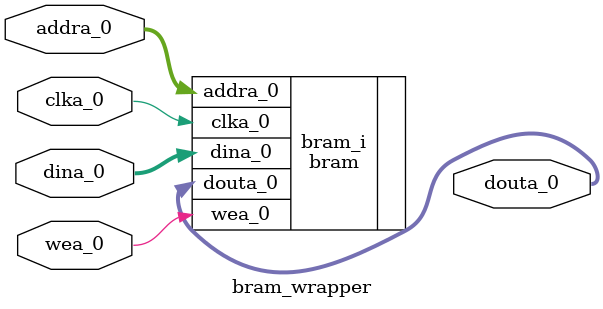
<source format=v>
`timescale 1 ps / 1 ps

module bram_wrapper
   (addra_0,
    clka_0,
    dina_0,
    douta_0,
    wea_0);
  input [11:0]addra_0;
  input clka_0;
  input [63:0]dina_0;
  output [63:0]douta_0;
  input [0:0]wea_0;

  wire [11:0]addra_0;
  wire clka_0;
  wire [63:0]dina_0;
  wire [63:0]douta_0;
  wire [0:0]wea_0;

  bram bram_i
       (.addra_0(addra_0),
        .clka_0(clka_0),
        .dina_0(dina_0),
        .douta_0(douta_0),
        .wea_0(wea_0));
endmodule

</source>
